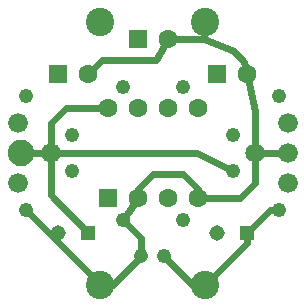
<source format=gbl>
G75*
G70*
%OFA0B0*%
%FSLAX24Y24*%
%IPPOS*%
%LPD*%
%AMOC8*
5,1,8,0,0,1.08239X$1,22.5*
%
%ADD10R,0.0516X0.0516*%
%ADD11C,0.0516*%
%ADD12R,0.0630X0.0630*%
%ADD13C,0.0630*%
%ADD14C,0.0490*%
%ADD15C,0.0885*%
%ADD16C,0.0640*%
%ADD17C,0.0476*%
%ADD18C,0.0660*%
%ADD19C,0.0945*%
%ADD20C,0.0240*%
D10*
X003113Y011947D03*
X008413Y011947D03*
D11*
X007413Y011947D03*
X002113Y011947D03*
D12*
X003763Y013097D03*
X002113Y017247D03*
X004763Y018397D03*
X007413Y017247D03*
D13*
X006763Y016097D03*
X005763Y016097D03*
X004763Y016097D03*
X003763Y016097D03*
X003113Y017247D03*
X004763Y013097D03*
X005763Y013097D03*
X006763Y013097D03*
X008413Y017247D03*
X005763Y018397D03*
D14*
X006263Y016797D03*
X007947Y015204D03*
X007947Y013990D03*
X009479Y012704D03*
X009479Y016490D03*
X006263Y012357D03*
X004263Y012357D03*
X002579Y013990D03*
X002579Y015204D03*
X001047Y016490D03*
X001047Y012704D03*
X004263Y016797D03*
D15*
X000863Y014597D03*
D16*
X008663Y014597D03*
D17*
X005637Y011161D03*
X004889Y011161D03*
D18*
X001863Y014597D03*
X000763Y015597D03*
X000763Y013597D03*
X009763Y013597D03*
X009763Y014597D03*
X009763Y015597D03*
D19*
X003513Y010217D03*
X007013Y010217D03*
X007013Y018977D03*
X003513Y018977D03*
D20*
X003563Y017697D02*
X005363Y017697D01*
X005763Y018397D01*
X006963Y018397D01*
X007013Y018977D01*
X006963Y018397D02*
X007963Y017997D01*
X008313Y017647D01*
X008413Y017247D01*
X008663Y015997D01*
X008663Y014597D01*
X009763Y014597D01*
X008663Y014597D02*
X008663Y013597D01*
X008163Y013097D01*
X006763Y013097D01*
X006763Y013397D01*
X006263Y013897D01*
X005263Y013897D01*
X004763Y013397D01*
X004763Y013097D01*
X004263Y012357D01*
X004889Y011771D01*
X004889Y011161D01*
X003946Y010217D01*
X003513Y010217D01*
X003513Y010238D01*
X001959Y011792D01*
X002113Y011947D01*
X002113Y011947D01*
X001959Y011792D02*
X001047Y012704D01*
X001863Y013197D02*
X003113Y011947D01*
X001863Y013197D02*
X001863Y014597D01*
X006740Y014597D01*
X007947Y013990D01*
X009171Y012704D02*
X008413Y011947D01*
X008413Y011617D01*
X007013Y010217D01*
X006581Y010217D01*
X005637Y011161D01*
X003763Y016097D02*
X002363Y016097D01*
X001863Y015597D01*
X001863Y014597D01*
X000863Y014597D01*
X003113Y017247D02*
X003563Y017697D01*
X009171Y012704D02*
X009479Y012704D01*
M02*

</source>
